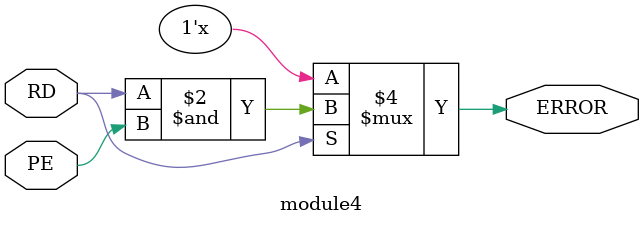
<source format=v>
module module4 (
    input      RD, PE,
    output reg ERROR
);
always @(RD) begin 
    if (RD)
        ERROR = RD & PE;
end

endmodule
</source>
